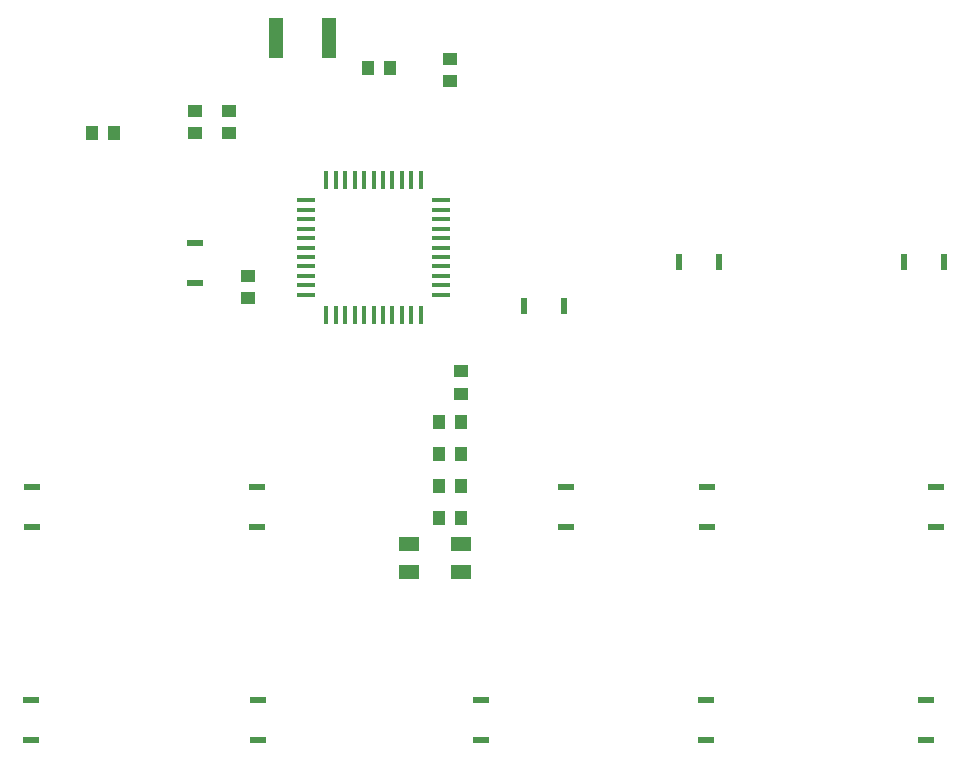
<source format=gbr>
G04 DipTrace 3.1.0.1*
G04 BottomPaste.gbr*
%MOIN*%
G04 #@! TF.FileFunction,Paste,Bot*
G04 #@! TF.Part,Single*
%AMOUTLINE2*
4,1,4,
0.005906,-0.031496,
-0.005906,-0.031496,
-0.005906,0.031496,
0.005906,0.031496,
0.005906,-0.031496,
0*%
%AMOUTLINE5*
4,1,4,
-0.031496,-0.005906,
-0.031496,0.005906,
0.031496,0.005906,
0.031496,-0.005906,
-0.031496,-0.005906,
0*%
%ADD73R,0.066929X0.047244*%
%ADD75R,0.051181X0.133858*%
%ADD78R,0.023622X0.055118*%
%ADD80R,0.055118X0.023622*%
%ADD82R,0.051181X0.043307*%
%ADD84R,0.043307X0.051181*%
%ADD91OUTLINE2*%
%ADD94OUTLINE5*%
%FSLAX26Y26*%
G04*
G70*
G90*
G75*
G01*
G04 BotPaste*
%LPD*%
D84*
X1881201Y1306202D3*
X1956004D3*
X1881201Y1412451D3*
X1956004D3*
X1881201Y1518701D3*
X1956004D3*
D82*
X1243612Y2006031D3*
Y1931228D3*
X1956102Y1612550D3*
Y1687353D3*
D84*
Y1200049D3*
X1881299D3*
D80*
X1068630Y1981034D3*
Y2114892D3*
D78*
X2299751Y1906042D3*
X2165892D3*
X2682774Y2051591D3*
X2816633D3*
X3432696D3*
X3566554D3*
D80*
X524937Y1168619D3*
Y1302478D3*
X1274858Y1168619D3*
Y1302478D3*
X2306000Y1168619D3*
Y1302478D3*
X2774701Y1168619D3*
Y1302478D3*
X3537121Y1168619D3*
Y1302478D3*
X523123Y458008D3*
Y591866D3*
X1279294Y458008D3*
Y591866D3*
X2022966Y458008D3*
Y591866D3*
X2772887Y458008D3*
Y591866D3*
X3504060Y458008D3*
Y591866D3*
D91*
X1506201Y2324951D3*
X1537697D3*
X1569193D3*
X1600688D3*
X1632185D3*
X1663680D3*
X1695177D3*
X1726673D3*
X1758169D3*
X1789665D3*
X1821161D3*
D94*
X1888091Y2258022D3*
Y2226526D3*
Y2195030D3*
Y2163534D3*
Y2132039D3*
Y2100542D3*
Y2069046D3*
Y2037550D3*
Y2006054D3*
Y1974558D3*
Y1943062D3*
D91*
X1821161Y1876133D3*
X1789665D3*
X1758169D3*
X1726673D3*
X1695177D3*
X1663681D3*
X1632184D3*
X1600689D3*
X1569193D3*
X1537697D3*
X1506201D3*
D94*
X1439272Y1943062D3*
Y1974558D3*
Y2006054D3*
Y2037550D3*
Y2069046D3*
Y2100543D3*
Y2132038D3*
Y2163535D3*
Y2195030D3*
Y2226526D3*
Y2258022D3*
D75*
X1337352Y2799698D3*
X1514517D3*
D73*
X1956201Y1018701D3*
X1782972D3*
Y1113189D3*
X1956201D3*
D82*
X1917323Y2730315D3*
Y2655512D3*
D84*
X1643570Y2699709D3*
X1718373D3*
X799908Y2480982D3*
X725105D3*
D82*
X1068630Y2555974D3*
Y2481171D3*
X1181118Y2555974D3*
Y2481171D3*
M02*

</source>
